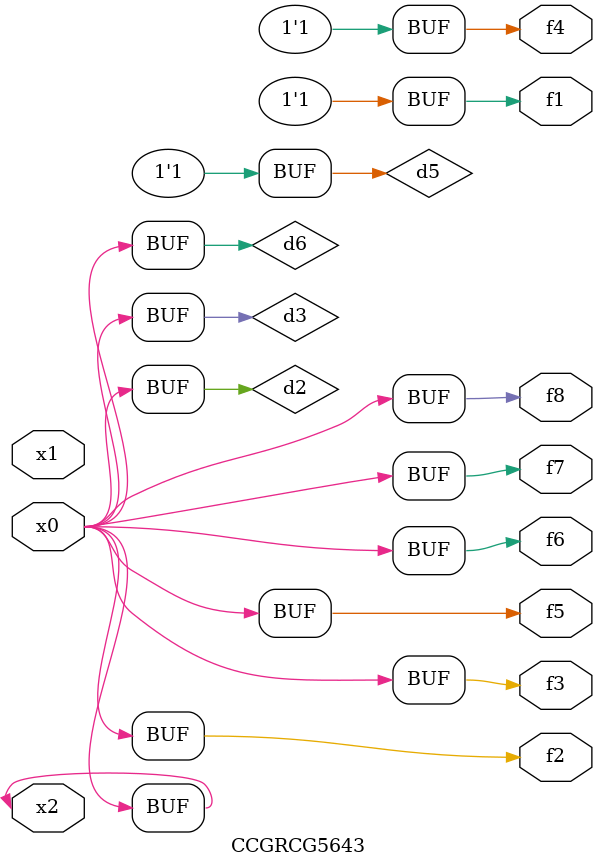
<source format=v>
module CCGRCG5643(
	input x0, x1, x2,
	output f1, f2, f3, f4, f5, f6, f7, f8
);

	wire d1, d2, d3, d4, d5, d6;

	xnor (d1, x2);
	buf (d2, x0, x2);
	and (d3, x0);
	xnor (d4, x1, x2);
	nand (d5, d1, d3);
	buf (d6, d2, d3);
	assign f1 = d5;
	assign f2 = d6;
	assign f3 = d6;
	assign f4 = d5;
	assign f5 = d6;
	assign f6 = d6;
	assign f7 = d6;
	assign f8 = d6;
endmodule

</source>
